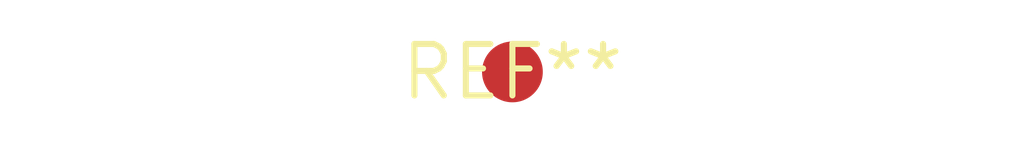
<source format=kicad_pcb>
(kicad_pcb (version 20240108) (generator pcbnew)
  (layers (0 "F.Cu" signal) (31 "B.Cu" signal) (34 "B.Paste" user) (35 "F.Paste" user) (36 "B.SilkS" user "B.Silkscreen") (37 "F.SilkS" user "F.Silkscreen") (38 "B.Mask" user) (39 "F.Mask" user) (44 "Edge.Cuts" user))
  (net 0 "")
  (footprint "Fiducial_1.5mm_Mask3mm" (layer "F.Cu") (at 0 0)
    (property "Reference" "REF**")
    (property "Value" "Fiducial_1.5mm_Mask3mm")
    (pad "" smd circle (at 0 0) (size 1.5 1.5) (layers "F.Cu" "F.Mask") (clearance 0.75))
  )
)
</source>
